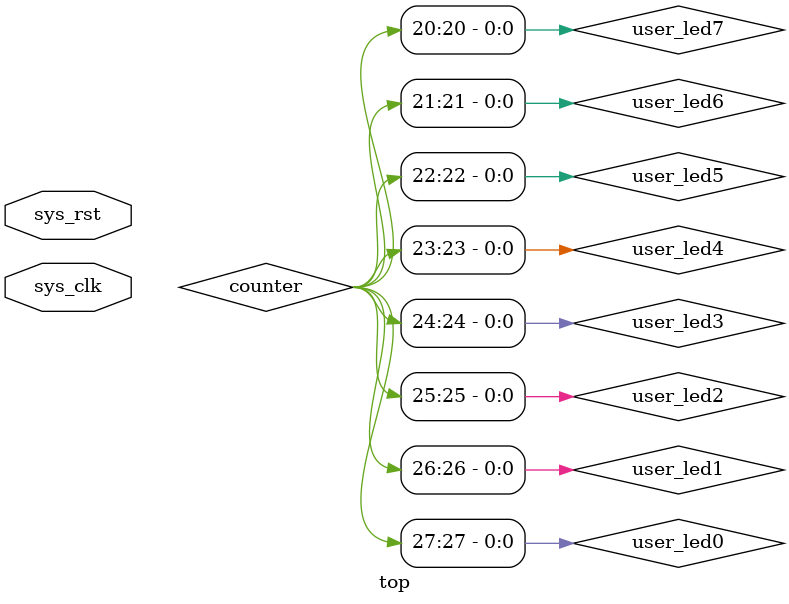
<source format=v>
/* Machine-generated using Migen */
module top(
	input sys_clk,
	input sys_rst
);

reg [27:0] counter = 28'd0;
wire user_led0;
wire user_led1;
wire user_led2;
wire user_led3;
wire user_led4;
wire user_led5;
wire user_led6;
wire user_led7;

// synthesis translate_off
reg dummy_s;
initial dummy_s <= 1'd0;
// synthesis translate_on

assign user_led0 = counter[27];
assign user_led1 = counter[26];
assign user_led2 = counter[25];
assign user_led3 = counter[24];
assign user_led4 = counter[23];
assign user_led5 = counter[22];
assign user_led6 = counter[21];
assign user_led7 = counter[20];

always @(posedge sys_clk) begin
	counter <= (counter + 1'd1);
	if (sys_rst) begin
		counter <= 28'd0;
	end
end

endmodule


</source>
